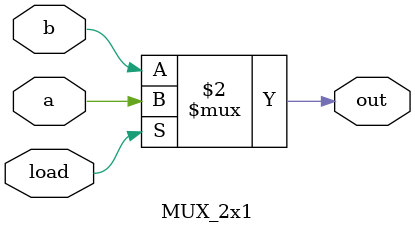
<source format=v>
`timescale 1ns / 1ps



module MUX_2x1(input a, input b, input load, output out);
    
    assign out = (load == 1'b1) ? a : b;

//or 
    //assign out = ((a &load ) | (b = ~load));
    
endmodule

</source>
